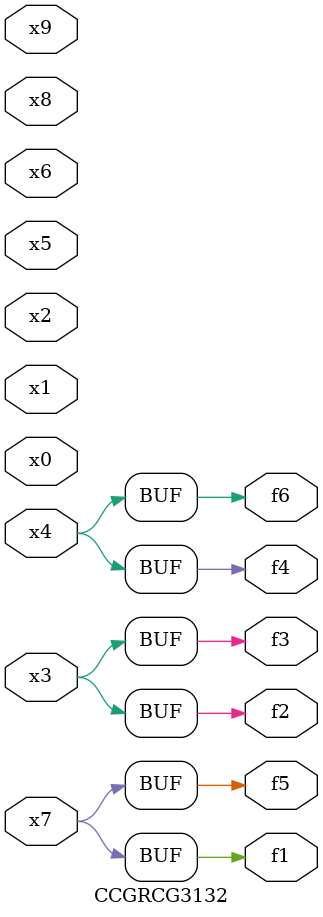
<source format=v>
module CCGRCG3132(
	input x0, x1, x2, x3, x4, x5, x6, x7, x8, x9,
	output f1, f2, f3, f4, f5, f6
);
	assign f1 = x7;
	assign f2 = x3;
	assign f3 = x3;
	assign f4 = x4;
	assign f5 = x7;
	assign f6 = x4;
endmodule

</source>
